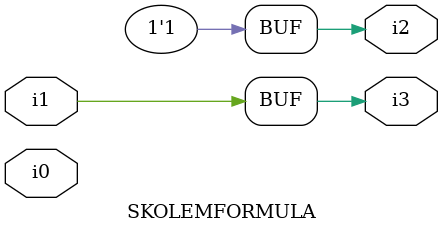
<source format=v>

module SKOLEMFORMULA ( 
    i0, i1,
    i2, i3  );
  input  i0, i1;
  output i2, i3;
  assign i2 = 1'b1;
  assign i3 = i1;
endmodule



</source>
